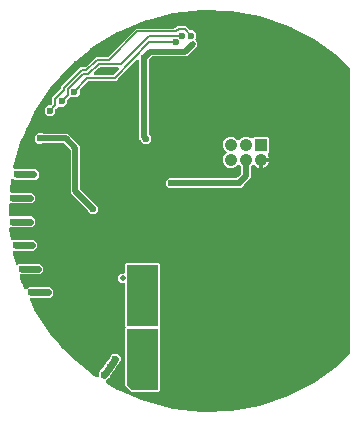
<source format=gbr>
G04 EAGLE Gerber RS-274X export*
G75*
%MOMM*%
%FSLAX34Y34*%
%LPD*%
%INBottom Copper*%
%IPPOS*%
%AMOC8*
5,1,8,0,0,1.08239X$1,22.5*%
G01*
%ADD10R,1.040000X1.040000*%
%ADD11C,1.040000*%
%ADD12C,0.600000*%
%ADD13C,2.159000*%
%ADD14C,0.500000*%
%ADD15C,0.500000*%
%ADD16C,0.600000*%
%ADD17C,0.200000*%

G36*
X218511Y29764D02*
X218511Y29764D01*
X218518Y29765D01*
X218525Y29765D01*
X218729Y29788D01*
X242955Y34263D01*
X242961Y34265D01*
X242968Y34265D01*
X243167Y34318D01*
X266483Y42273D01*
X266489Y42276D01*
X266496Y42277D01*
X266684Y42358D01*
X288594Y53623D01*
X288600Y53627D01*
X288606Y53629D01*
X288781Y53737D01*
X308817Y68071D01*
X308822Y68076D01*
X308828Y68080D01*
X308985Y68211D01*
X319041Y77906D01*
X319138Y78024D01*
X319238Y78140D01*
X319247Y78157D01*
X319260Y78173D01*
X319327Y78310D01*
X319399Y78446D01*
X319404Y78465D01*
X319413Y78483D01*
X319447Y78632D01*
X319485Y78780D01*
X319487Y78806D01*
X319490Y78820D01*
X319490Y78850D01*
X319499Y78985D01*
X319499Y319015D01*
X319482Y319166D01*
X319468Y319319D01*
X319462Y319338D01*
X319459Y319358D01*
X319407Y319502D01*
X319359Y319647D01*
X319349Y319664D01*
X319342Y319683D01*
X319258Y319812D01*
X319178Y319942D01*
X319161Y319961D01*
X319153Y319973D01*
X319131Y319994D01*
X319041Y320094D01*
X308985Y329789D01*
X308980Y329793D01*
X308976Y329798D01*
X308817Y329929D01*
X288781Y344263D01*
X288775Y344266D01*
X288770Y344271D01*
X288594Y344377D01*
X266684Y355642D01*
X266678Y355644D01*
X266672Y355648D01*
X266483Y355727D01*
X243167Y363682D01*
X243160Y363683D01*
X243154Y363686D01*
X242955Y363737D01*
X218729Y368212D01*
X218722Y368212D01*
X218715Y368214D01*
X218511Y368236D01*
X193892Y369136D01*
X193885Y369135D01*
X193878Y369136D01*
X193673Y369128D01*
X169185Y366433D01*
X169178Y366432D01*
X169171Y366432D01*
X168970Y366393D01*
X145135Y360162D01*
X145128Y360160D01*
X145121Y360159D01*
X144928Y360092D01*
X122254Y350456D01*
X122248Y350453D01*
X122241Y350451D01*
X122059Y350356D01*
X101030Y337522D01*
X101025Y337518D01*
X101019Y337515D01*
X100852Y337395D01*
X81916Y321636D01*
X81911Y321631D01*
X81905Y321627D01*
X81758Y321484D01*
X65318Y303136D01*
X65314Y303130D01*
X65309Y303126D01*
X65185Y302963D01*
X51591Y282417D01*
X51588Y282410D01*
X51584Y282405D01*
X51484Y282226D01*
X41027Y259919D01*
X41025Y259913D01*
X41021Y259907D01*
X40949Y259715D01*
X33944Y236432D01*
X33930Y236352D01*
X33906Y236274D01*
X33900Y236182D01*
X33884Y236092D01*
X33888Y236011D01*
X33882Y235929D01*
X33897Y235838D01*
X33902Y235746D01*
X33925Y235668D01*
X33938Y235588D01*
X33974Y235503D01*
X34000Y235415D01*
X34040Y235344D01*
X34071Y235269D01*
X34125Y235194D01*
X34171Y235114D01*
X34226Y235054D01*
X34273Y234989D01*
X34343Y234928D01*
X34406Y234860D01*
X34473Y234815D01*
X34534Y234762D01*
X34616Y234719D01*
X34693Y234668D01*
X34769Y234639D01*
X34841Y234601D01*
X34930Y234578D01*
X35016Y234546D01*
X35097Y234535D01*
X35175Y234515D01*
X35338Y234504D01*
X35359Y234501D01*
X35367Y234502D01*
X35380Y234501D01*
X52864Y234501D01*
X55501Y231864D01*
X55501Y228136D01*
X52864Y225499D01*
X35136Y225499D01*
X34748Y225887D01*
X34614Y225993D01*
X34486Y226096D01*
X34482Y226098D01*
X34477Y226101D01*
X34323Y226174D01*
X34174Y226245D01*
X34169Y226246D01*
X34164Y226248D01*
X33999Y226283D01*
X33836Y226318D01*
X33831Y226318D01*
X33826Y226319D01*
X33658Y226315D01*
X33491Y226313D01*
X33486Y226311D01*
X33480Y226311D01*
X33317Y226269D01*
X33156Y226228D01*
X33151Y226226D01*
X33146Y226224D01*
X32998Y226146D01*
X32849Y226069D01*
X32845Y226065D01*
X32840Y226063D01*
X32715Y225954D01*
X32586Y225843D01*
X32583Y225839D01*
X32579Y225836D01*
X32481Y225699D01*
X32383Y225564D01*
X32381Y225559D01*
X32378Y225555D01*
X32313Y225399D01*
X32249Y225245D01*
X32247Y225239D01*
X32246Y225235D01*
X32244Y225223D01*
X32205Y225045D01*
X30906Y216218D01*
X30902Y216074D01*
X30892Y215929D01*
X30896Y215901D01*
X30895Y215873D01*
X30924Y215731D01*
X30948Y215588D01*
X30959Y215562D01*
X30964Y215534D01*
X31025Y215402D01*
X31080Y215269D01*
X31097Y215246D01*
X31109Y215220D01*
X31198Y215106D01*
X31283Y214989D01*
X31304Y214970D01*
X31322Y214947D01*
X31434Y214857D01*
X31544Y214762D01*
X31569Y214749D01*
X31591Y214731D01*
X31721Y214669D01*
X31850Y214601D01*
X31877Y214594D01*
X31903Y214582D01*
X32044Y214551D01*
X32185Y214515D01*
X32222Y214512D01*
X32241Y214508D01*
X32274Y214509D01*
X32389Y214501D01*
X49864Y214501D01*
X52501Y211864D01*
X52501Y208136D01*
X49864Y205499D01*
X31700Y205499D01*
X31665Y205495D01*
X31630Y205498D01*
X31494Y205475D01*
X31357Y205459D01*
X31323Y205447D01*
X31288Y205442D01*
X31161Y205389D01*
X31032Y205342D01*
X31002Y205323D01*
X30969Y205309D01*
X30857Y205228D01*
X30742Y205153D01*
X30718Y205127D01*
X30689Y205107D01*
X30598Y205003D01*
X30503Y204903D01*
X30485Y204872D01*
X30462Y204846D01*
X30398Y204723D01*
X30328Y204605D01*
X30318Y204571D01*
X30301Y204539D01*
X30267Y204406D01*
X30226Y204274D01*
X30224Y204239D01*
X30215Y204205D01*
X30201Y204000D01*
X30201Y196000D01*
X30205Y195965D01*
X30203Y195929D01*
X30225Y195793D01*
X30241Y195657D01*
X30253Y195623D01*
X30259Y195588D01*
X30311Y195461D01*
X30358Y195331D01*
X30378Y195302D01*
X30391Y195269D01*
X30472Y195157D01*
X30547Y195042D01*
X30573Y195017D01*
X30593Y194989D01*
X30698Y194898D01*
X30797Y194803D01*
X30828Y194785D01*
X30855Y194762D01*
X30977Y194698D01*
X31095Y194628D01*
X31129Y194618D01*
X31161Y194601D01*
X31294Y194567D01*
X31426Y194526D01*
X31461Y194524D01*
X31495Y194515D01*
X31700Y194501D01*
X49864Y194501D01*
X52501Y191864D01*
X52501Y188136D01*
X49864Y185499D01*
X32095Y185499D01*
X31951Y185483D01*
X31807Y185471D01*
X31780Y185463D01*
X31751Y185459D01*
X31615Y185410D01*
X31478Y185366D01*
X31453Y185352D01*
X31426Y185342D01*
X31305Y185263D01*
X31181Y185189D01*
X31160Y185169D01*
X31137Y185153D01*
X31037Y185049D01*
X30933Y184948D01*
X30918Y184924D01*
X30898Y184903D01*
X30825Y184778D01*
X30747Y184656D01*
X30737Y184629D01*
X30723Y184605D01*
X30680Y184466D01*
X30632Y184330D01*
X30629Y184302D01*
X30621Y184274D01*
X30611Y184130D01*
X30596Y183986D01*
X30599Y183949D01*
X30597Y183929D01*
X30603Y183897D01*
X30612Y183782D01*
X31820Y175570D01*
X31846Y175474D01*
X31862Y175378D01*
X31888Y175315D01*
X31906Y175246D01*
X31908Y175241D01*
X31910Y175236D01*
X31958Y175146D01*
X31994Y175059D01*
X32033Y175005D01*
X32067Y174940D01*
X32071Y174936D01*
X32073Y174932D01*
X32142Y174853D01*
X32196Y174778D01*
X32245Y174736D01*
X32294Y174680D01*
X32299Y174677D01*
X32302Y174673D01*
X32389Y174611D01*
X32458Y174552D01*
X32513Y174523D01*
X32575Y174478D01*
X32580Y174476D01*
X32584Y174473D01*
X32685Y174432D01*
X32764Y174391D01*
X32823Y174376D01*
X32895Y174346D01*
X32900Y174345D01*
X32905Y174343D01*
X33014Y174326D01*
X33098Y174305D01*
X33190Y174298D01*
X33236Y174291D01*
X33241Y174291D01*
X33246Y174290D01*
X33274Y174293D01*
X33303Y174291D01*
X33305Y174291D01*
X33418Y174304D01*
X33581Y174315D01*
X33586Y174317D01*
X33591Y174317D01*
X33624Y174328D01*
X33648Y174330D01*
X33763Y174372D01*
X33911Y174418D01*
X33916Y174421D01*
X33921Y174422D01*
X33948Y174439D01*
X33973Y174448D01*
X34054Y174501D01*
X51864Y174501D01*
X54501Y171864D01*
X54501Y168136D01*
X51864Y165499D01*
X35038Y165499D01*
X34895Y165483D01*
X34750Y165471D01*
X34723Y165463D01*
X34695Y165459D01*
X34559Y165410D01*
X34421Y165366D01*
X34396Y165352D01*
X34370Y165342D01*
X34248Y165263D01*
X34124Y165189D01*
X34104Y165169D01*
X34080Y165153D01*
X33980Y165048D01*
X33876Y164948D01*
X33861Y164924D01*
X33841Y164903D01*
X33768Y164778D01*
X33690Y164656D01*
X33681Y164629D01*
X33666Y164605D01*
X33624Y164467D01*
X33576Y164330D01*
X33573Y164302D01*
X33564Y164274D01*
X33554Y164130D01*
X33539Y163986D01*
X33542Y163949D01*
X33541Y163929D01*
X33546Y163897D01*
X33555Y163782D01*
X33804Y162090D01*
X33806Y162084D01*
X33806Y162077D01*
X33848Y161891D01*
X33849Y161885D01*
X33850Y161883D01*
X33851Y161877D01*
X36057Y154546D01*
X36080Y154492D01*
X36095Y154435D01*
X36149Y154334D01*
X36194Y154229D01*
X36229Y154182D01*
X36256Y154130D01*
X36332Y154043D01*
X36400Y153951D01*
X36445Y153913D01*
X36484Y153869D01*
X36577Y153802D01*
X36665Y153728D01*
X36717Y153702D01*
X36764Y153667D01*
X36871Y153623D01*
X36973Y153572D01*
X37030Y153558D01*
X37084Y153535D01*
X37198Y153517D01*
X37309Y153490D01*
X37367Y153490D01*
X37425Y153480D01*
X37540Y153488D01*
X37655Y153487D01*
X37712Y153500D01*
X37770Y153505D01*
X37880Y153539D01*
X37992Y153564D01*
X38044Y153590D01*
X38100Y153607D01*
X38199Y153666D01*
X38302Y153716D01*
X38348Y153753D01*
X38398Y153783D01*
X38553Y153918D01*
X39136Y154501D01*
X56864Y154501D01*
X59501Y151864D01*
X59501Y148136D01*
X56864Y145499D01*
X40795Y145499D01*
X40715Y145490D01*
X40634Y145490D01*
X40544Y145470D01*
X40452Y145459D01*
X40376Y145432D01*
X40296Y145414D01*
X40214Y145373D01*
X40127Y145342D01*
X40059Y145298D01*
X39986Y145262D01*
X39914Y145203D01*
X39837Y145153D01*
X39781Y145094D01*
X39718Y145043D01*
X39662Y144970D01*
X39599Y144903D01*
X39557Y144833D01*
X39508Y144768D01*
X39470Y144684D01*
X39424Y144605D01*
X39400Y144527D01*
X39366Y144453D01*
X39349Y144363D01*
X39321Y144274D01*
X39316Y144193D01*
X39300Y144114D01*
X39304Y144022D01*
X39298Y143929D01*
X39311Y143849D01*
X39314Y143768D01*
X39350Y143609D01*
X39354Y143588D01*
X39357Y143581D01*
X39360Y143568D01*
X40949Y138285D01*
X40952Y138279D01*
X40953Y138272D01*
X41027Y138081D01*
X43213Y133419D01*
X43277Y133315D01*
X43334Y133207D01*
X43368Y133169D01*
X43395Y133125D01*
X43481Y133039D01*
X43561Y132947D01*
X43603Y132917D01*
X43639Y132880D01*
X43743Y132816D01*
X43842Y132745D01*
X43889Y132725D01*
X43933Y132698D01*
X44049Y132659D01*
X44162Y132613D01*
X44212Y132605D01*
X44261Y132588D01*
X44382Y132577D01*
X44503Y132558D01*
X44554Y132561D01*
X44605Y132557D01*
X44726Y132573D01*
X44848Y132582D01*
X44897Y132597D01*
X44947Y132604D01*
X45061Y132649D01*
X45178Y132685D01*
X45222Y132711D01*
X45270Y132729D01*
X45370Y132798D01*
X45476Y132860D01*
X45530Y132908D01*
X45555Y132925D01*
X45576Y132948D01*
X45630Y132995D01*
X47136Y134501D01*
X64864Y134501D01*
X67501Y131864D01*
X67501Y128136D01*
X64864Y125499D01*
X49284Y125499D01*
X49267Y125497D01*
X49249Y125499D01*
X49095Y125477D01*
X48940Y125459D01*
X48924Y125453D01*
X48907Y125451D01*
X48762Y125395D01*
X48615Y125342D01*
X48601Y125332D01*
X48584Y125326D01*
X48456Y125238D01*
X48326Y125153D01*
X48314Y125140D01*
X48299Y125131D01*
X48194Y125016D01*
X48087Y124903D01*
X48078Y124888D01*
X48066Y124875D01*
X47991Y124739D01*
X47912Y124605D01*
X47907Y124588D01*
X47898Y124573D01*
X47856Y124423D01*
X47810Y124274D01*
X47809Y124257D01*
X47804Y124240D01*
X47797Y124084D01*
X47786Y123929D01*
X47789Y123912D01*
X47788Y123895D01*
X47817Y123741D01*
X47842Y123588D01*
X47849Y123572D01*
X47852Y123555D01*
X47926Y123364D01*
X51484Y115774D01*
X51488Y115768D01*
X51490Y115762D01*
X51591Y115583D01*
X65185Y95037D01*
X65189Y95032D01*
X65192Y95026D01*
X65318Y94864D01*
X81758Y76516D01*
X81764Y76511D01*
X81768Y76506D01*
X81916Y76364D01*
X100852Y60605D01*
X100858Y60601D01*
X100863Y60596D01*
X101030Y60478D01*
X104400Y58421D01*
X104491Y58379D01*
X104576Y58329D01*
X104647Y58307D01*
X104714Y58276D01*
X104812Y58256D01*
X104907Y58227D01*
X104980Y58222D01*
X105053Y58207D01*
X105152Y58210D01*
X105252Y58203D01*
X105325Y58215D01*
X105398Y58217D01*
X105495Y58243D01*
X105593Y58259D01*
X105661Y58287D01*
X105732Y58307D01*
X105820Y58354D01*
X105912Y58392D01*
X105972Y58435D01*
X106037Y58470D01*
X106112Y58536D01*
X106193Y58594D01*
X106241Y58650D01*
X106296Y58699D01*
X106354Y58780D01*
X106419Y58855D01*
X106454Y58921D01*
X106496Y58981D01*
X106534Y59073D01*
X106580Y59161D01*
X106598Y59233D01*
X106626Y59301D01*
X106641Y59400D01*
X106666Y59496D01*
X106674Y59610D01*
X106679Y59643D01*
X106678Y59662D01*
X106680Y59701D01*
X106680Y59991D01*
X106677Y60019D01*
X106679Y60047D01*
X106658Y60251D01*
X106425Y61572D01*
X106496Y61707D01*
X106574Y61852D01*
X106576Y61860D01*
X106580Y61868D01*
X106621Y62027D01*
X106664Y62185D01*
X106664Y62194D01*
X106666Y62203D01*
X106678Y62378D01*
X107628Y63327D01*
X107645Y63349D01*
X107667Y63368D01*
X107796Y63527D01*
X110657Y67614D01*
X110658Y67615D01*
X110998Y68101D01*
X111002Y68108D01*
X111008Y68115D01*
X111084Y68261D01*
X111162Y68405D01*
X111164Y68413D01*
X111169Y68421D01*
X111210Y68581D01*
X111252Y68738D01*
X111253Y68747D01*
X111255Y68756D01*
X111267Y68931D01*
X112216Y69880D01*
X112234Y69902D01*
X112255Y69921D01*
X112384Y70080D01*
X115587Y74654D01*
X115591Y74662D01*
X115596Y74668D01*
X115673Y74814D01*
X115751Y74958D01*
X115753Y74966D01*
X115757Y74974D01*
X115799Y75134D01*
X115841Y75292D01*
X115841Y75300D01*
X115844Y75309D01*
X115856Y75484D01*
X116805Y76433D01*
X116822Y76456D01*
X116844Y76474D01*
X116973Y76634D01*
X117742Y77732D01*
X117888Y77778D01*
X118045Y77825D01*
X118053Y77829D01*
X118061Y77832D01*
X118203Y77916D01*
X118345Y77997D01*
X118351Y78003D01*
X118359Y78007D01*
X118491Y78123D01*
X119834Y78123D01*
X119862Y78126D01*
X119890Y78124D01*
X120094Y78145D01*
X121415Y78378D01*
X121550Y78307D01*
X121694Y78230D01*
X121703Y78227D01*
X121711Y78223D01*
X121870Y78182D01*
X122028Y78139D01*
X122037Y78139D01*
X122045Y78137D01*
X122221Y78125D01*
X123170Y77176D01*
X123192Y77158D01*
X123210Y77136D01*
X123370Y77008D01*
X124469Y76238D01*
X124514Y76092D01*
X124561Y75935D01*
X124565Y75928D01*
X124568Y75919D01*
X124652Y75777D01*
X124733Y75635D01*
X124739Y75629D01*
X124744Y75621D01*
X124859Y75489D01*
X124859Y74147D01*
X124862Y74119D01*
X124860Y74090D01*
X124882Y73886D01*
X125115Y72565D01*
X125044Y72430D01*
X124966Y72286D01*
X124964Y72277D01*
X124960Y72270D01*
X124918Y72110D01*
X124876Y71952D01*
X124875Y71943D01*
X124873Y71935D01*
X124861Y71760D01*
X123912Y70811D01*
X123894Y70788D01*
X123873Y70770D01*
X123744Y70610D01*
X120882Y66523D01*
X120542Y66037D01*
X120537Y66029D01*
X120532Y66023D01*
X120455Y65877D01*
X120377Y65733D01*
X120375Y65724D01*
X120371Y65716D01*
X120330Y65557D01*
X120287Y65399D01*
X120287Y65390D01*
X120285Y65382D01*
X120273Y65206D01*
X119323Y64257D01*
X119306Y64235D01*
X119284Y64217D01*
X119155Y64057D01*
X115953Y59484D01*
X115949Y59476D01*
X115943Y59469D01*
X115866Y59324D01*
X115789Y59180D01*
X115786Y59171D01*
X115782Y59163D01*
X115741Y59003D01*
X115698Y58846D01*
X115698Y58837D01*
X115696Y58828D01*
X115684Y58653D01*
X114735Y57704D01*
X114717Y57682D01*
X114696Y57663D01*
X114567Y57504D01*
X113797Y56405D01*
X113651Y56359D01*
X113494Y56313D01*
X113487Y56308D01*
X113478Y56306D01*
X113337Y56222D01*
X113195Y56141D01*
X113188Y56135D01*
X113181Y56130D01*
X113026Y55995D01*
X112610Y55580D01*
X112586Y55548D01*
X112555Y55522D01*
X112478Y55413D01*
X112396Y55309D01*
X112379Y55272D01*
X112355Y55240D01*
X112306Y55116D01*
X112249Y54996D01*
X112241Y54956D01*
X112226Y54919D01*
X112205Y54788D01*
X112178Y54657D01*
X112179Y54617D01*
X112172Y54578D01*
X112183Y54445D01*
X112186Y54312D01*
X112196Y54273D01*
X112199Y54233D01*
X112239Y54106D01*
X112273Y53977D01*
X112292Y53942D01*
X112304Y53903D01*
X112372Y53789D01*
X112434Y53672D01*
X112461Y53641D01*
X112481Y53607D01*
X112574Y53511D01*
X112662Y53411D01*
X112694Y53387D01*
X112722Y53359D01*
X112890Y53240D01*
X122059Y47644D01*
X122066Y47641D01*
X122071Y47637D01*
X122254Y47544D01*
X144928Y37908D01*
X144934Y37906D01*
X144940Y37903D01*
X145135Y37838D01*
X168970Y31607D01*
X168977Y31606D01*
X168983Y31603D01*
X169185Y31567D01*
X193673Y28872D01*
X193680Y28872D01*
X193687Y28871D01*
X193892Y28864D01*
X218511Y29764D01*
G37*
%LPC*%
G36*
X144636Y255399D02*
X144636Y255399D01*
X141999Y258036D01*
X141999Y258122D01*
X141983Y258260D01*
X141973Y258399D01*
X141963Y258432D01*
X141959Y258465D01*
X141912Y258596D01*
X141871Y258729D01*
X141853Y258759D01*
X141842Y258790D01*
X141766Y258907D01*
X141695Y259027D01*
X141665Y259061D01*
X141653Y259080D01*
X141629Y259103D01*
X141560Y259182D01*
X140499Y260243D01*
X140499Y325573D01*
X140485Y325696D01*
X140479Y325820D01*
X140465Y325867D01*
X140459Y325916D01*
X140417Y326033D01*
X140383Y326152D01*
X140359Y326195D01*
X140342Y326241D01*
X140274Y326345D01*
X140213Y326453D01*
X140180Y326490D01*
X140153Y326531D01*
X140063Y326616D01*
X139979Y326708D01*
X139939Y326735D01*
X139903Y326769D01*
X139796Y326832D01*
X139693Y326902D01*
X139647Y326920D01*
X139605Y326944D01*
X139486Y326981D01*
X139370Y327025D01*
X139322Y327032D01*
X139274Y327047D01*
X139151Y327055D01*
X139028Y327072D01*
X138979Y327067D01*
X138929Y327070D01*
X138807Y327050D01*
X138684Y327038D01*
X138637Y327022D01*
X138588Y327014D01*
X138474Y326967D01*
X138356Y326927D01*
X138314Y326900D01*
X138269Y326882D01*
X138168Y326809D01*
X138063Y326743D01*
X138013Y326697D01*
X137989Y326679D01*
X137968Y326656D01*
X137912Y326604D01*
X122956Y310836D01*
X122885Y310741D01*
X122806Y310650D01*
X122781Y310603D01*
X122774Y310593D01*
X121850Y309669D01*
X121841Y309658D01*
X121822Y309641D01*
X121119Y308899D01*
X120097Y308899D01*
X120083Y308898D01*
X120057Y308899D01*
X118736Y308864D01*
X118653Y308885D01*
X118578Y308890D01*
X118547Y308896D01*
X118518Y308895D01*
X118449Y308899D01*
X98057Y308899D01*
X97919Y308883D01*
X97779Y308873D01*
X97747Y308863D01*
X97713Y308859D01*
X97583Y308812D01*
X97449Y308771D01*
X97420Y308753D01*
X97388Y308742D01*
X97271Y308666D01*
X97151Y308595D01*
X97117Y308565D01*
X97099Y308553D01*
X97075Y308529D01*
X96997Y308460D01*
X90732Y302195D01*
X90645Y302086D01*
X90554Y301981D01*
X90538Y301951D01*
X90517Y301924D01*
X90458Y301798D01*
X90393Y301675D01*
X90385Y301642D01*
X90370Y301611D01*
X90342Y301475D01*
X90307Y301340D01*
X90304Y301295D01*
X90299Y301273D01*
X90300Y301239D01*
X90293Y301135D01*
X90293Y297818D01*
X87656Y295181D01*
X83923Y295181D01*
X83820Y295255D01*
X83712Y295341D01*
X83680Y295356D01*
X83651Y295376D01*
X83523Y295429D01*
X83399Y295487D01*
X83364Y295495D01*
X83331Y295508D01*
X83195Y295530D01*
X83061Y295559D01*
X83025Y295558D01*
X82990Y295564D01*
X82853Y295554D01*
X82715Y295551D01*
X82681Y295542D01*
X82645Y295539D01*
X82514Y295498D01*
X82380Y295464D01*
X82349Y295447D01*
X82315Y295436D01*
X82197Y295367D01*
X82075Y295302D01*
X82048Y295279D01*
X82017Y295261D01*
X81863Y295126D01*
X80040Y293303D01*
X79953Y293194D01*
X79862Y293089D01*
X79846Y293059D01*
X79825Y293032D01*
X79766Y292906D01*
X79701Y292783D01*
X79693Y292750D01*
X79678Y292719D01*
X79650Y292583D01*
X79615Y292448D01*
X79612Y292403D01*
X79607Y292381D01*
X79608Y292347D01*
X79601Y292243D01*
X79601Y290036D01*
X76964Y287399D01*
X72831Y287399D01*
X72724Y287422D01*
X72688Y287421D01*
X72653Y287427D01*
X72516Y287417D01*
X72378Y287414D01*
X72344Y287405D01*
X72308Y287402D01*
X72177Y287361D01*
X72043Y287327D01*
X72012Y287310D01*
X71978Y287300D01*
X71859Y287229D01*
X71738Y287165D01*
X71711Y287142D01*
X71680Y287124D01*
X71526Y286989D01*
X70197Y285660D01*
X69940Y285403D01*
X69853Y285294D01*
X69762Y285189D01*
X69746Y285159D01*
X69725Y285132D01*
X69666Y285006D01*
X69601Y284883D01*
X69593Y284850D01*
X69578Y284819D01*
X69550Y284683D01*
X69515Y284548D01*
X69512Y284503D01*
X69507Y284481D01*
X69508Y284447D01*
X69501Y284343D01*
X69501Y282136D01*
X66864Y279499D01*
X63136Y279499D01*
X60499Y282136D01*
X60499Y285864D01*
X63136Y288501D01*
X65343Y288501D01*
X65481Y288517D01*
X65621Y288527D01*
X65653Y288537D01*
X65687Y288541D01*
X65817Y288588D01*
X65951Y288629D01*
X65980Y288647D01*
X66012Y288658D01*
X66129Y288734D01*
X66249Y288805D01*
X66283Y288835D01*
X66301Y288847D01*
X66325Y288871D01*
X66403Y288940D01*
X66660Y289197D01*
X66747Y289306D01*
X66838Y289411D01*
X66854Y289441D01*
X66875Y289468D01*
X66934Y289594D01*
X66999Y289717D01*
X67007Y289750D01*
X67022Y289781D01*
X67050Y289917D01*
X67085Y290052D01*
X67088Y290097D01*
X67093Y290119D01*
X67092Y290153D01*
X67099Y290257D01*
X67099Y295214D01*
X73852Y301967D01*
X73939Y302076D01*
X74030Y302181D01*
X74046Y302211D01*
X74067Y302238D01*
X74126Y302364D01*
X74191Y302488D01*
X74199Y302520D01*
X74214Y302551D01*
X74242Y302687D01*
X74277Y302822D01*
X74280Y302867D01*
X74285Y302889D01*
X74284Y302923D01*
X74291Y303027D01*
X74291Y304446D01*
X90746Y320901D01*
X94220Y320901D01*
X94320Y320912D01*
X94420Y320914D01*
X94491Y320932D01*
X94563Y320941D01*
X94658Y320975D01*
X94755Y321000D01*
X94820Y321033D01*
X94888Y321058D01*
X94973Y321113D01*
X95062Y321160D01*
X95150Y321229D01*
X95178Y321247D01*
X95192Y321262D01*
X95223Y321286D01*
X102021Y327410D01*
X102038Y327429D01*
X102078Y327464D01*
X103768Y329155D01*
X113078Y329155D01*
X113216Y329171D01*
X113356Y329181D01*
X113388Y329191D01*
X113422Y329195D01*
X113553Y329242D01*
X113686Y329283D01*
X113715Y329300D01*
X113747Y329312D01*
X113864Y329388D01*
X113984Y329459D01*
X114018Y329489D01*
X114036Y329501D01*
X114060Y329525D01*
X114138Y329594D01*
X138045Y353501D01*
X170343Y353501D01*
X170481Y353517D01*
X170621Y353527D01*
X170653Y353537D01*
X170687Y353541D01*
X170817Y353588D01*
X170951Y353629D01*
X170980Y353647D01*
X171012Y353658D01*
X171129Y353734D01*
X171249Y353805D01*
X171283Y353835D01*
X171301Y353847D01*
X171325Y353871D01*
X171403Y353940D01*
X172964Y355501D01*
X180036Y355501D01*
X183097Y352440D01*
X183206Y352353D01*
X183311Y352262D01*
X183341Y352246D01*
X183368Y352225D01*
X183494Y352166D01*
X183617Y352101D01*
X183650Y352093D01*
X183681Y352078D01*
X183817Y352050D01*
X183952Y352015D01*
X183997Y352012D01*
X184019Y352007D01*
X184053Y352008D01*
X184157Y352001D01*
X186364Y352001D01*
X189001Y349364D01*
X189001Y345636D01*
X188542Y345177D01*
X188520Y345149D01*
X188493Y345126D01*
X188413Y345014D01*
X188327Y344906D01*
X188312Y344873D01*
X188291Y344845D01*
X188239Y344717D01*
X188180Y344593D01*
X188173Y344558D01*
X188159Y344525D01*
X188137Y344389D01*
X188109Y344254D01*
X188110Y344219D01*
X188104Y344184D01*
X188114Y344046D01*
X188117Y343909D01*
X188126Y343874D01*
X188128Y343839D01*
X188169Y343707D01*
X188204Y343574D01*
X188221Y343543D01*
X188231Y343509D01*
X188301Y343390D01*
X188365Y343268D01*
X188389Y343242D01*
X188407Y343211D01*
X188542Y343056D01*
X189751Y341847D01*
X189751Y338533D01*
X181217Y329999D01*
X151878Y329999D01*
X151740Y329983D01*
X151601Y329973D01*
X151568Y329963D01*
X151535Y329959D01*
X151404Y329912D01*
X151271Y329871D01*
X151241Y329853D01*
X151210Y329842D01*
X151093Y329766D01*
X150973Y329695D01*
X150939Y329665D01*
X150920Y329653D01*
X150897Y329629D01*
X150818Y329560D01*
X149440Y328182D01*
X149353Y328073D01*
X149262Y327967D01*
X149246Y327937D01*
X149225Y327911D01*
X149166Y327785D01*
X149101Y327661D01*
X149093Y327629D01*
X149078Y327598D01*
X149050Y327462D01*
X149015Y327327D01*
X149012Y327281D01*
X149007Y327260D01*
X149008Y327226D01*
X149001Y327122D01*
X149001Y327036D01*
X148940Y326975D01*
X148853Y326866D01*
X148762Y326760D01*
X148746Y326730D01*
X148725Y326704D01*
X148666Y326578D01*
X148601Y326454D01*
X148593Y326421D01*
X148578Y326391D01*
X148550Y326255D01*
X148515Y326119D01*
X148512Y326074D01*
X148507Y326052D01*
X148508Y326019D01*
X148501Y325915D01*
X148501Y264885D01*
X148517Y264747D01*
X148527Y264608D01*
X148537Y264575D01*
X148541Y264542D01*
X148588Y264411D01*
X148629Y264278D01*
X148647Y264248D01*
X148658Y264217D01*
X148734Y264100D01*
X148805Y263980D01*
X148835Y263946D01*
X148847Y263927D01*
X148871Y263904D01*
X148940Y263825D01*
X151001Y261764D01*
X151001Y258036D01*
X148364Y255399D01*
X144636Y255399D01*
G37*
%LPD*%
%LPC*%
G36*
X134168Y45991D02*
X134168Y45991D01*
X128991Y51168D01*
X128991Y100152D01*
X129003Y100227D01*
X129032Y100362D01*
X129031Y100397D01*
X129037Y100433D01*
X129027Y100570D01*
X129024Y100707D01*
X129015Y100742D01*
X129012Y100778D01*
X128991Y100845D01*
X128991Y136500D01*
X128987Y136535D01*
X128990Y136571D01*
X128967Y136707D01*
X128951Y136843D01*
X128939Y136877D01*
X128934Y136912D01*
X128881Y137039D01*
X128834Y137169D01*
X128815Y137198D01*
X128801Y137231D01*
X128720Y137343D01*
X128645Y137458D01*
X128619Y137483D01*
X128599Y137511D01*
X128495Y137602D01*
X128395Y137697D01*
X128364Y137715D01*
X128338Y137738D01*
X128215Y137802D01*
X128097Y137872D01*
X128063Y137882D01*
X128031Y137899D01*
X127898Y137933D01*
X127766Y137974D01*
X127731Y137976D01*
X127697Y137985D01*
X127492Y137999D01*
X125343Y137999D01*
X122999Y140343D01*
X122999Y143657D01*
X125343Y146001D01*
X127492Y146001D01*
X127527Y146005D01*
X127563Y146002D01*
X127699Y146025D01*
X127835Y146041D01*
X127869Y146053D01*
X127904Y146058D01*
X128031Y146111D01*
X128161Y146158D01*
X128190Y146177D01*
X128223Y146191D01*
X128335Y146272D01*
X128450Y146347D01*
X128475Y146373D01*
X128503Y146393D01*
X128594Y146497D01*
X128689Y146597D01*
X128707Y146628D01*
X128730Y146654D01*
X128794Y146777D01*
X128864Y146895D01*
X128874Y146929D01*
X128891Y146961D01*
X128925Y147094D01*
X128966Y147226D01*
X128968Y147261D01*
X128977Y147295D01*
X128991Y147500D01*
X128991Y153832D01*
X130168Y155009D01*
X156832Y155009D01*
X158009Y153832D01*
X158009Y100848D01*
X157996Y100772D01*
X157968Y100638D01*
X157969Y100602D01*
X157963Y100567D01*
X157973Y100430D01*
X157976Y100292D01*
X157985Y100258D01*
X157988Y100222D01*
X158009Y100155D01*
X158009Y47168D01*
X156832Y45991D01*
X134168Y45991D01*
G37*
%LPD*%
%LPC*%
G36*
X165886Y218249D02*
X165886Y218249D01*
X163249Y220886D01*
X163249Y224614D01*
X165886Y227251D01*
X169614Y227251D01*
X169675Y227190D01*
X169784Y227103D01*
X169890Y227012D01*
X169920Y226996D01*
X169946Y226975D01*
X170072Y226916D01*
X170196Y226851D01*
X170229Y226843D01*
X170259Y226828D01*
X170395Y226800D01*
X170531Y226765D01*
X170576Y226762D01*
X170598Y226757D01*
X170631Y226758D01*
X170735Y226751D01*
X221765Y226751D01*
X221903Y226767D01*
X222042Y226777D01*
X222075Y226787D01*
X222108Y226791D01*
X222239Y226838D01*
X222372Y226879D01*
X222402Y226897D01*
X222433Y226908D01*
X222550Y226984D01*
X222670Y227055D01*
X222704Y227085D01*
X222723Y227097D01*
X222735Y227109D01*
X222736Y227110D01*
X222750Y227125D01*
X222825Y227190D01*
X223136Y227501D01*
X223222Y227501D01*
X223360Y227517D01*
X223499Y227527D01*
X223532Y227537D01*
X223565Y227541D01*
X223696Y227588D01*
X223829Y227629D01*
X223859Y227647D01*
X223890Y227658D01*
X224007Y227734D01*
X224127Y227805D01*
X224161Y227835D01*
X224180Y227847D01*
X224203Y227871D01*
X224282Y227940D01*
X226560Y230218D01*
X226628Y230304D01*
X226681Y230359D01*
X226694Y230382D01*
X226738Y230433D01*
X226754Y230463D01*
X226775Y230489D01*
X226834Y230615D01*
X226899Y230739D01*
X226907Y230771D01*
X226922Y230802D01*
X226950Y230938D01*
X226985Y231073D01*
X226988Y231119D01*
X226993Y231140D01*
X226992Y231174D01*
X226999Y231278D01*
X226999Y236203D01*
X226983Y236342D01*
X226973Y236481D01*
X226963Y236513D01*
X226959Y236547D01*
X226912Y236678D01*
X226871Y236811D01*
X226853Y236840D01*
X226842Y236872D01*
X226766Y236989D01*
X226695Y237109D01*
X226665Y237143D01*
X226653Y237162D01*
X226629Y237185D01*
X226560Y237264D01*
X225710Y238114D01*
X225682Y238136D01*
X225659Y238162D01*
X225547Y238243D01*
X225439Y238328D01*
X225407Y238343D01*
X225378Y238364D01*
X225251Y238417D01*
X225126Y238475D01*
X225091Y238482D01*
X225059Y238496D01*
X224922Y238518D01*
X224788Y238546D01*
X224752Y238546D01*
X224717Y238551D01*
X224580Y238542D01*
X224442Y238538D01*
X224408Y238529D01*
X224372Y238527D01*
X224241Y238486D01*
X224108Y238451D01*
X224076Y238435D01*
X224042Y238424D01*
X223923Y238354D01*
X223802Y238290D01*
X223775Y238266D01*
X223745Y238248D01*
X223590Y238114D01*
X222096Y236619D01*
X219633Y235599D01*
X216967Y235599D01*
X214504Y236619D01*
X212619Y238504D01*
X211599Y240967D01*
X211599Y243633D01*
X212619Y246096D01*
X214114Y247590D01*
X214136Y247618D01*
X214162Y247641D01*
X214243Y247753D01*
X214328Y247861D01*
X214343Y247893D01*
X214364Y247922D01*
X214417Y248049D01*
X214475Y248174D01*
X214482Y248209D01*
X214496Y248241D01*
X214518Y248378D01*
X214546Y248512D01*
X214546Y248548D01*
X214551Y248583D01*
X214542Y248720D01*
X214538Y248858D01*
X214529Y248892D01*
X214527Y248928D01*
X214486Y249059D01*
X214451Y249192D01*
X214435Y249224D01*
X214424Y249258D01*
X214354Y249377D01*
X214290Y249498D01*
X214267Y249525D01*
X214248Y249556D01*
X214114Y249710D01*
X212619Y251204D01*
X211599Y253667D01*
X211599Y256333D01*
X212619Y258796D01*
X214504Y260681D01*
X216967Y261701D01*
X219633Y261701D01*
X222096Y260681D01*
X223590Y259186D01*
X223618Y259164D01*
X223641Y259138D01*
X223753Y259057D01*
X223861Y258972D01*
X223893Y258957D01*
X223922Y258936D01*
X224049Y258883D01*
X224174Y258825D01*
X224209Y258818D01*
X224241Y258804D01*
X224378Y258782D01*
X224512Y258754D01*
X224548Y258754D01*
X224583Y258749D01*
X224720Y258758D01*
X224858Y258762D01*
X224892Y258771D01*
X224928Y258773D01*
X225059Y258814D01*
X225192Y258849D01*
X225224Y258865D01*
X225258Y258876D01*
X225377Y258946D01*
X225498Y259010D01*
X225525Y259033D01*
X225556Y259052D01*
X225710Y259186D01*
X227204Y260681D01*
X229667Y261701D01*
X232333Y261701D01*
X234803Y260677D01*
X234818Y260661D01*
X234930Y260580D01*
X235038Y260495D01*
X235070Y260480D01*
X235099Y260459D01*
X235226Y260406D01*
X235351Y260348D01*
X235386Y260341D01*
X235418Y260327D01*
X235554Y260305D01*
X235689Y260277D01*
X235725Y260277D01*
X235760Y260272D01*
X235897Y260282D01*
X236035Y260285D01*
X236069Y260294D01*
X236105Y260296D01*
X236236Y260337D01*
X236369Y260372D01*
X236401Y260388D01*
X236435Y260399D01*
X236553Y260469D01*
X236675Y260533D01*
X236702Y260557D01*
X236732Y260575D01*
X236887Y260709D01*
X237878Y261701D01*
X249522Y261701D01*
X250401Y260822D01*
X250401Y249178D01*
X249690Y248468D01*
X249652Y248420D01*
X249607Y248378D01*
X249545Y248285D01*
X249476Y248197D01*
X249450Y248141D01*
X249415Y248090D01*
X249376Y247985D01*
X249329Y247884D01*
X249316Y247824D01*
X249295Y247766D01*
X249281Y247655D01*
X249258Y247546D01*
X249259Y247484D01*
X249251Y247423D01*
X249263Y247312D01*
X249266Y247200D01*
X249281Y247140D01*
X249288Y247079D01*
X249324Y246974D01*
X249353Y246865D01*
X249382Y246811D01*
X249402Y246753D01*
X249504Y246575D01*
X250081Y245711D01*
X250624Y244400D01*
X250719Y243924D01*
X243825Y243924D01*
X243790Y243920D01*
X243755Y243923D01*
X243619Y243900D01*
X243482Y243884D01*
X243448Y243872D01*
X243413Y243867D01*
X243286Y243814D01*
X243157Y243767D01*
X243127Y243748D01*
X243094Y243734D01*
X242982Y243653D01*
X242867Y243578D01*
X242843Y243552D01*
X242814Y243532D01*
X242723Y243428D01*
X242647Y243348D01*
X242617Y243328D01*
X242592Y243302D01*
X242564Y243281D01*
X242473Y243177D01*
X242378Y243078D01*
X242360Y243047D01*
X242337Y243020D01*
X242273Y242898D01*
X242203Y242780D01*
X242193Y242746D01*
X242176Y242714D01*
X242142Y242581D01*
X242101Y242449D01*
X242099Y242414D01*
X242090Y242379D01*
X242076Y242175D01*
X242076Y235281D01*
X241600Y235376D01*
X240289Y235919D01*
X239110Y236707D01*
X238057Y237760D01*
X238029Y237782D01*
X238006Y237809D01*
X237894Y237889D01*
X237786Y237975D01*
X237754Y237990D01*
X237725Y238010D01*
X237597Y238063D01*
X237473Y238122D01*
X237438Y238129D01*
X237405Y238142D01*
X237269Y238164D01*
X237134Y238193D01*
X237099Y238192D01*
X237064Y238198D01*
X236926Y238188D01*
X236789Y238185D01*
X236754Y238176D01*
X236719Y238173D01*
X236588Y238132D01*
X236454Y238098D01*
X236423Y238081D01*
X236389Y238071D01*
X236270Y238001D01*
X236148Y237936D01*
X236122Y237913D01*
X236091Y237895D01*
X235936Y237760D01*
X235440Y237264D01*
X235354Y237155D01*
X235262Y237049D01*
X235246Y237019D01*
X235225Y236993D01*
X235166Y236867D01*
X235101Y236743D01*
X235093Y236710D01*
X235078Y236680D01*
X235050Y236544D01*
X235015Y236408D01*
X235012Y236363D01*
X235007Y236341D01*
X235008Y236308D01*
X235001Y236203D01*
X235001Y227343D01*
X229940Y222282D01*
X229853Y222173D01*
X229762Y222067D01*
X229746Y222037D01*
X229725Y222011D01*
X229666Y221885D01*
X229601Y221761D01*
X229593Y221729D01*
X229578Y221698D01*
X229550Y221562D01*
X229515Y221427D01*
X229512Y221381D01*
X229507Y221360D01*
X229508Y221326D01*
X229501Y221222D01*
X229501Y221136D01*
X226864Y218499D01*
X223089Y218499D01*
X223080Y218504D01*
X223054Y218525D01*
X222928Y218584D01*
X222804Y218649D01*
X222771Y218657D01*
X222741Y218672D01*
X222605Y218700D01*
X222469Y218735D01*
X222424Y218738D01*
X222402Y218743D01*
X222369Y218742D01*
X222265Y218749D01*
X170735Y218749D01*
X170597Y218733D01*
X170458Y218723D01*
X170425Y218713D01*
X170392Y218709D01*
X170261Y218662D01*
X170128Y218621D01*
X170098Y218603D01*
X170067Y218592D01*
X169950Y218516D01*
X169830Y218445D01*
X169796Y218415D01*
X169777Y218403D01*
X169754Y218379D01*
X169675Y218310D01*
X169614Y218249D01*
X165886Y218249D01*
G37*
%LPD*%
G36*
X156005Y101494D02*
X156005Y101494D01*
X156010Y101493D01*
X156103Y101514D01*
X156197Y101532D01*
X156201Y101535D01*
X156206Y101536D01*
X156284Y101592D01*
X156362Y101645D01*
X156365Y101649D01*
X156369Y101652D01*
X156420Y101734D01*
X156472Y101813D01*
X156472Y101818D01*
X156475Y101823D01*
X156507Y102000D01*
X156507Y153000D01*
X156506Y153005D01*
X156507Y153010D01*
X156486Y153103D01*
X156468Y153197D01*
X156465Y153201D01*
X156464Y153206D01*
X156408Y153284D01*
X156355Y153362D01*
X156351Y153365D01*
X156348Y153369D01*
X156266Y153420D01*
X156187Y153472D01*
X156182Y153472D01*
X156177Y153475D01*
X156000Y153507D01*
X131000Y153507D01*
X130995Y153506D01*
X130990Y153507D01*
X130897Y153486D01*
X130804Y153468D01*
X130799Y153465D01*
X130794Y153464D01*
X130716Y153408D01*
X130638Y153355D01*
X130635Y153351D01*
X130631Y153348D01*
X130580Y153266D01*
X130528Y153187D01*
X130528Y153182D01*
X130525Y153177D01*
X130493Y153000D01*
X130493Y102000D01*
X130494Y101995D01*
X130493Y101990D01*
X130514Y101897D01*
X130532Y101804D01*
X130535Y101799D01*
X130536Y101794D01*
X130592Y101716D01*
X130645Y101638D01*
X130649Y101635D01*
X130652Y101631D01*
X130734Y101580D01*
X130813Y101528D01*
X130818Y101528D01*
X130823Y101525D01*
X131000Y101493D01*
X156000Y101493D01*
X156005Y101494D01*
G37*
G36*
X156005Y47494D02*
X156005Y47494D01*
X156010Y47493D01*
X156103Y47514D01*
X156197Y47532D01*
X156201Y47535D01*
X156206Y47536D01*
X156284Y47592D01*
X156362Y47645D01*
X156365Y47649D01*
X156369Y47652D01*
X156420Y47734D01*
X156472Y47813D01*
X156472Y47818D01*
X156475Y47823D01*
X156507Y48000D01*
X156507Y99000D01*
X156506Y99005D01*
X156507Y99010D01*
X156486Y99103D01*
X156468Y99197D01*
X156465Y99201D01*
X156464Y99206D01*
X156408Y99284D01*
X156355Y99362D01*
X156351Y99365D01*
X156348Y99369D01*
X156266Y99420D01*
X156187Y99472D01*
X156182Y99472D01*
X156177Y99475D01*
X156000Y99507D01*
X131000Y99507D01*
X130995Y99506D01*
X130990Y99507D01*
X130897Y99486D01*
X130804Y99468D01*
X130799Y99465D01*
X130794Y99464D01*
X130716Y99408D01*
X130638Y99355D01*
X130635Y99351D01*
X130631Y99348D01*
X130580Y99266D01*
X130528Y99187D01*
X130528Y99182D01*
X130525Y99177D01*
X130493Y99000D01*
X130493Y52000D01*
X130494Y51992D01*
X130493Y51985D01*
X130514Y51895D01*
X130532Y51804D01*
X130537Y51797D01*
X130539Y51789D01*
X130641Y51641D01*
X134641Y47641D01*
X134648Y47637D01*
X134652Y47631D01*
X134731Y47582D01*
X134808Y47530D01*
X134816Y47529D01*
X134823Y47525D01*
X135000Y47493D01*
X156000Y47493D01*
X156005Y47494D01*
G37*
%LPC*%
G36*
X99636Y196199D02*
X99636Y196199D01*
X96999Y198836D01*
X96999Y198922D01*
X96983Y199060D01*
X96973Y199199D01*
X96963Y199232D01*
X96959Y199265D01*
X96912Y199396D01*
X96871Y199529D01*
X96853Y199559D01*
X96842Y199590D01*
X96766Y199707D01*
X96695Y199827D01*
X96665Y199861D01*
X96653Y199880D01*
X96629Y199903D01*
X96560Y199982D01*
X82499Y214043D01*
X82499Y250222D01*
X82483Y250360D01*
X82473Y250499D01*
X82463Y250532D01*
X82459Y250565D01*
X82412Y250696D01*
X82371Y250829D01*
X82353Y250859D01*
X82342Y250890D01*
X82266Y251007D01*
X82195Y251127D01*
X82165Y251161D01*
X82153Y251180D01*
X82129Y251203D01*
X82060Y251282D01*
X77282Y256060D01*
X77173Y256147D01*
X77067Y256238D01*
X77037Y256254D01*
X77011Y256275D01*
X76885Y256334D01*
X76761Y256399D01*
X76729Y256407D01*
X76698Y256422D01*
X76562Y256450D01*
X76427Y256485D01*
X76381Y256488D01*
X76360Y256493D01*
X76326Y256492D01*
X76222Y256499D01*
X59495Y256499D01*
X59357Y256483D01*
X59218Y256473D01*
X59185Y256463D01*
X59152Y256459D01*
X59021Y256412D01*
X58888Y256371D01*
X58858Y256353D01*
X58827Y256342D01*
X58710Y256266D01*
X58590Y256195D01*
X58556Y256165D01*
X58537Y256153D01*
X58514Y256129D01*
X58435Y256060D01*
X58374Y255999D01*
X54646Y255999D01*
X52009Y258636D01*
X52009Y262364D01*
X54646Y265001D01*
X58374Y265001D01*
X58435Y264940D01*
X58544Y264853D01*
X58650Y264762D01*
X58680Y264746D01*
X58706Y264725D01*
X58832Y264666D01*
X58956Y264601D01*
X58989Y264593D01*
X59019Y264578D01*
X59155Y264550D01*
X59291Y264515D01*
X59336Y264512D01*
X59358Y264507D01*
X59391Y264508D01*
X59495Y264501D01*
X80157Y264501D01*
X90501Y254157D01*
X90501Y217978D01*
X90517Y217840D01*
X90527Y217701D01*
X90537Y217668D01*
X90541Y217635D01*
X90588Y217504D01*
X90629Y217371D01*
X90647Y217341D01*
X90658Y217310D01*
X90734Y217193D01*
X90805Y217073D01*
X90835Y217039D01*
X90847Y217020D01*
X90871Y216997D01*
X90940Y216918D01*
X102218Y205640D01*
X102327Y205553D01*
X102433Y205462D01*
X102463Y205446D01*
X102489Y205425D01*
X102615Y205366D01*
X102739Y205301D01*
X102771Y205293D01*
X102802Y205278D01*
X102938Y205250D01*
X103073Y205215D01*
X103119Y205212D01*
X103140Y205207D01*
X103174Y205208D01*
X103278Y205201D01*
X103364Y205201D01*
X106001Y202564D01*
X106001Y198836D01*
X103364Y196199D01*
X99636Y196199D01*
G37*
%LPD*%
G36*
X118482Y313919D02*
X118482Y313919D01*
X118641Y313934D01*
X118655Y313939D01*
X118668Y313941D01*
X118817Y313994D01*
X118969Y314046D01*
X118980Y314053D01*
X118994Y314058D01*
X119127Y314145D01*
X119262Y314229D01*
X119275Y314241D01*
X119283Y314247D01*
X119301Y314265D01*
X119413Y314368D01*
X122906Y318051D01*
X122957Y318119D01*
X123015Y318180D01*
X123060Y318257D01*
X123114Y318328D01*
X123148Y318406D01*
X123190Y318478D01*
X123217Y318563D01*
X123252Y318645D01*
X123267Y318728D01*
X123292Y318809D01*
X123299Y318898D01*
X123315Y318985D01*
X123310Y319069D01*
X123316Y319154D01*
X123302Y319242D01*
X123297Y319330D01*
X123274Y319411D01*
X123260Y319495D01*
X123226Y319577D01*
X123201Y319662D01*
X123160Y319736D01*
X123127Y319814D01*
X123076Y319886D01*
X123032Y319964D01*
X122975Y320026D01*
X122925Y320095D01*
X122858Y320153D01*
X122798Y320218D01*
X122728Y320266D01*
X122664Y320321D01*
X122585Y320363D01*
X122512Y320412D01*
X122433Y320443D01*
X122358Y320482D01*
X122272Y320504D01*
X122189Y320536D01*
X122105Y320547D01*
X122023Y320568D01*
X121871Y320579D01*
X121846Y320582D01*
X121836Y320581D01*
X121819Y320582D01*
X107719Y320582D01*
X107619Y320571D01*
X107519Y320569D01*
X107448Y320551D01*
X107376Y320543D01*
X107281Y320508D01*
X107184Y320484D01*
X107119Y320450D01*
X107051Y320425D01*
X106966Y320370D01*
X106877Y320324D01*
X106789Y320255D01*
X106761Y320236D01*
X106747Y320222D01*
X106716Y320197D01*
X102627Y316514D01*
X102533Y316407D01*
X102434Y316303D01*
X102419Y316277D01*
X102399Y316254D01*
X102332Y316128D01*
X102259Y316005D01*
X102250Y315976D01*
X102236Y315949D01*
X102199Y315811D01*
X102157Y315674D01*
X102155Y315644D01*
X102147Y315615D01*
X102143Y315472D01*
X102133Y315329D01*
X102138Y315300D01*
X102137Y315270D01*
X102166Y315130D01*
X102189Y314988D01*
X102201Y314960D01*
X102207Y314931D01*
X102267Y314801D01*
X102322Y314669D01*
X102340Y314645D01*
X102352Y314617D01*
X102441Y314505D01*
X102524Y314389D01*
X102547Y314369D01*
X102566Y314345D01*
X102677Y314256D01*
X102785Y314162D01*
X102812Y314148D01*
X102836Y314129D01*
X102965Y314068D01*
X103091Y314001D01*
X103121Y313994D01*
X103148Y313981D01*
X103287Y313951D01*
X103426Y313915D01*
X103466Y313912D01*
X103486Y313908D01*
X103519Y313908D01*
X103631Y313901D01*
X118325Y313901D01*
X118482Y313919D01*
G37*
%LPC*%
G36*
X245324Y240676D02*
X245324Y240676D01*
X250719Y240676D01*
X250624Y240200D01*
X250081Y238889D01*
X249293Y237710D01*
X248290Y236707D01*
X247111Y235919D01*
X245800Y235376D01*
X245324Y235281D01*
X245324Y240676D01*
G37*
%LPD*%
D10*
X243700Y255000D03*
D11*
X243700Y242300D03*
X231000Y255000D03*
X231000Y242300D03*
X218300Y255000D03*
X218300Y242300D03*
D12*
X164500Y306900D03*
X174500Y306900D03*
X184500Y306900D03*
X164500Y296900D03*
X174500Y296900D03*
X184500Y296900D03*
X164500Y286900D03*
X174500Y286900D03*
X184500Y286900D03*
D13*
X83000Y91000D03*
D12*
X178000Y190000D03*
X241000Y211000D03*
X228000Y211000D03*
D14*
X171000Y77000D03*
X167000Y55000D03*
X180000Y127000D03*
X190000Y127000D03*
X199000Y127000D03*
X180000Y138000D03*
X199000Y138000D03*
X180000Y149000D03*
X170000Y149000D03*
X190000Y149000D03*
X190000Y138000D03*
X177000Y55000D03*
X187000Y56000D03*
X187000Y66000D03*
X180000Y77000D03*
D12*
X92500Y256900D03*
X107800Y317100D03*
X114900Y317100D03*
X193500Y354150D03*
X233500Y321150D03*
X233500Y309900D03*
X246660Y326290D03*
X218280Y355710D03*
X203500Y354150D03*
X155260Y240950D03*
X234500Y276900D03*
X234500Y295900D03*
X213500Y277900D03*
X251000Y277000D03*
X262000Y276000D03*
X267000Y268000D03*
X269000Y258000D03*
X276000Y248000D03*
X286000Y242000D03*
X299000Y241000D03*
X297000Y259000D03*
X287000Y262000D03*
X285000Y273000D03*
X280000Y283000D03*
X272000Y291000D03*
X260000Y296000D03*
X247000Y296000D03*
X178000Y200000D03*
X111000Y155000D03*
X101000Y155000D03*
X121000Y155000D03*
X94798Y71987D03*
X103975Y85094D03*
X99387Y78540D03*
X86000Y123000D03*
X67000Y110000D03*
X74000Y110000D03*
X60000Y110000D03*
X88000Y139000D03*
X215000Y151000D03*
X231000Y151000D03*
X200000Y366250D03*
X217555Y365293D03*
X234770Y362516D03*
X251556Y358100D03*
X267927Y351843D03*
X283554Y343815D03*
X298167Y334401D03*
X311756Y323407D03*
X311865Y75214D03*
X298286Y64209D03*
X283631Y54682D03*
X268061Y46740D03*
X251746Y40469D03*
X234864Y35938D03*
X217602Y33196D03*
X200147Y32274D03*
X182692Y33181D03*
X165427Y35907D03*
X148541Y40424D03*
X125220Y49680D03*
X100980Y65122D03*
X41236Y249794D03*
X47492Y267115D03*
X55421Y282692D03*
X64934Y297355D03*
X75928Y310944D03*
X88282Y323309D03*
X101861Y334315D03*
X116516Y343841D03*
X132086Y351783D03*
X148401Y358054D03*
X165283Y362586D03*
X182545Y365328D03*
X271600Y132500D03*
X293000Y146000D03*
X251000Y146000D03*
X293000Y188000D03*
X312000Y241000D03*
X312000Y221000D03*
X312000Y201000D03*
X312000Y181000D03*
X312000Y161000D03*
X312000Y141000D03*
X312000Y121000D03*
X312000Y101000D03*
X312000Y259000D03*
X312000Y279000D03*
X312000Y299000D03*
X92000Y199000D03*
X94000Y183000D03*
X77000Y219000D03*
X74000Y199000D03*
X74000Y179000D03*
X96000Y224000D03*
X112000Y224000D03*
X102000Y214000D03*
X203000Y200000D03*
X45000Y140000D03*
X54000Y120000D03*
X38000Y160000D03*
X34000Y180000D03*
X33000Y200000D03*
X35000Y220000D03*
D14*
X162000Y77000D03*
X162000Y85000D03*
D12*
X145000Y161000D03*
X110000Y180000D03*
X130000Y210000D03*
X150000Y210000D03*
X170000Y210000D03*
X150000Y190000D03*
X170000Y190000D03*
X150000Y170000D03*
X170000Y170000D03*
X190000Y170000D03*
X120000Y200000D03*
X210000Y170000D03*
X290000Y120000D03*
X280000Y230000D03*
X280000Y210000D03*
X300000Y210000D03*
X300000Y230000D03*
X260000Y230000D03*
X300000Y270000D03*
X300000Y290000D03*
X300000Y310000D03*
X280000Y310000D03*
X260000Y310000D03*
X260000Y330000D03*
X280000Y330000D03*
X278000Y129000D03*
X281000Y122000D03*
X186000Y261000D03*
X196000Y243000D03*
X146500Y259900D03*
X144500Y328900D03*
D14*
X185750Y340190D03*
D15*
X144500Y261900D02*
X146500Y259900D01*
X144500Y261900D02*
X144500Y328900D01*
X144790Y329190D01*
X179560Y334000D02*
X185750Y340190D01*
X179560Y334000D02*
X149600Y334000D01*
X144500Y328900D01*
D12*
X56510Y260500D03*
X225000Y223000D03*
D15*
X231000Y229000D01*
X231000Y242300D01*
D12*
X167750Y222750D03*
D15*
X224750Y222750D01*
X225000Y223000D01*
X78500Y260500D02*
X56510Y260500D01*
X78500Y260500D02*
X86500Y252500D01*
X86500Y215700D01*
X101500Y200700D01*
D12*
X101500Y200700D03*
X56000Y130000D03*
X63000Y130000D03*
X49000Y130000D03*
D16*
X56000Y130000D01*
X63000Y130000D01*
D12*
X184500Y347500D03*
X65000Y284000D03*
D17*
X179000Y353000D02*
X184500Y347500D01*
X179000Y353000D02*
X174000Y353000D01*
X103773Y325622D02*
X95756Y318400D01*
X91782Y318400D01*
X76792Y303410D01*
X69600Y288600D02*
X65000Y284000D01*
X69600Y288600D02*
X69600Y294178D01*
X76792Y301370D02*
X76792Y303410D01*
X76792Y301370D02*
X69600Y294178D01*
X104804Y326654D02*
X114735Y326654D01*
X104804Y326654D02*
X103773Y325622D01*
X114735Y326654D02*
X139081Y351000D01*
X172000Y351000D01*
X174000Y353000D01*
D12*
X177000Y347000D03*
X75100Y291900D03*
D17*
X174172Y347000D02*
X177000Y347000D01*
X174172Y347000D02*
X173778Y347393D01*
X106183Y323083D02*
X97100Y314900D01*
X80292Y297092D02*
X75100Y291900D01*
X106183Y323083D02*
X125098Y323083D01*
X80292Y301960D02*
X80292Y297092D01*
X148508Y347393D02*
X173778Y347393D01*
X148508Y347393D02*
X125098Y323083D01*
X97100Y314900D02*
X93232Y314900D01*
X80292Y301960D01*
D12*
X171500Y341893D03*
D17*
X96400Y311400D02*
X85000Y300000D01*
X120044Y311400D02*
X148995Y341922D01*
X120044Y311400D02*
X96400Y311400D01*
X85000Y300000D02*
X85318Y299682D01*
X85792Y299682D01*
D12*
X85792Y299682D03*
D17*
X148995Y341922D02*
X171471Y341922D01*
X171500Y341893D01*
D14*
X146000Y79000D03*
X142000Y66000D03*
X146000Y54000D03*
X134000Y54000D03*
X134000Y66000D03*
X134000Y79000D03*
D12*
X134000Y96000D03*
X140000Y87000D03*
D14*
X143000Y124000D03*
X134000Y124000D03*
X143000Y136000D03*
X134000Y136000D03*
X143000Y149000D03*
X134000Y149000D03*
X152000Y124000D03*
X134000Y112000D03*
X127000Y142000D03*
D12*
X115770Y67069D03*
X111181Y60516D03*
X120358Y73622D03*
D16*
X115770Y67069D02*
X111181Y60516D01*
X115770Y67069D02*
X120358Y73622D01*
D12*
X41000Y210000D03*
X48000Y210000D03*
X34000Y210000D03*
D16*
X41000Y210000D01*
X48000Y210000D01*
D12*
X41000Y190000D03*
X48000Y190000D03*
X34000Y190000D03*
D16*
X41000Y190000D01*
X48000Y190000D01*
D12*
X48000Y150000D03*
X55000Y150000D03*
X41000Y150000D03*
D16*
X48000Y150000D01*
X55000Y150000D01*
D12*
X43000Y170000D03*
X50000Y170000D03*
X36000Y170000D03*
D16*
X43000Y170000D01*
X50000Y170000D01*
D12*
X44000Y230000D03*
X37000Y230000D03*
X51000Y230000D03*
D16*
X44000Y230000D02*
X37000Y230000D01*
X44000Y230000D02*
X51000Y230000D01*
M02*

</source>
